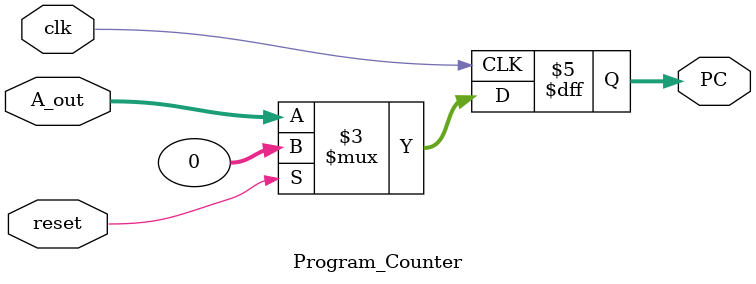
<source format=sv>
module Program_Counter (
    input [31:0] A_out,
    input clk, reset,
    output reg [31:0] PC
);
    always @(posedge clk) begin
        if (reset)
            PC <= 32'b0;  // Ensure 32-bit reset value
        else
            PC <= A_out;
    end
endmodule
</source>
